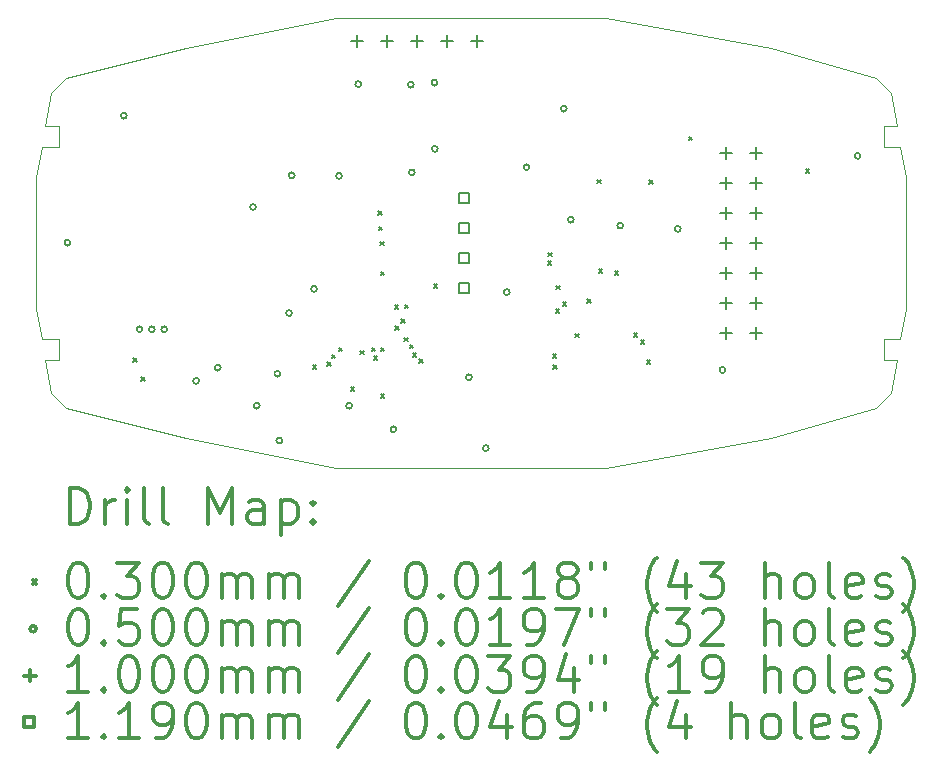
<source format=gbr>
%FSLAX45Y45*%
G04 Gerber Fmt 4.5, Leading zero omitted, Abs format (unit mm)*
G04 Created by KiCad (PCBNEW (5.1.10)-1) date 2021-07-15 21:28:44*
%MOMM*%
%LPD*%
G01*
G04 APERTURE LIST*
%TA.AperFunction,Profile*%
%ADD10C,0.050000*%
%TD*%
%ADD11C,0.200000*%
%ADD12C,0.300000*%
G04 APERTURE END LIST*
D10*
X6426200Y-7975600D02*
X6477000Y-8255000D01*
X6540500Y-7975600D02*
X6426200Y-7975600D01*
X6540500Y-7797800D02*
X6540500Y-7975600D01*
X6400800Y-7797800D02*
X6540500Y-7797800D01*
X6426200Y-5994400D02*
X6477000Y-5715000D01*
X6540500Y-5994400D02*
X6426200Y-5994400D01*
X6540500Y-6172200D02*
X6540500Y-5994400D01*
X6400800Y-6172200D02*
X6540500Y-6172200D01*
X13639800Y-7975600D02*
X13589000Y-8255000D01*
X13525500Y-7975600D02*
X13639800Y-7975600D01*
X13525500Y-7797800D02*
X13525500Y-7975600D01*
X13665200Y-7797800D02*
X13525500Y-7797800D01*
X13589000Y-5715000D02*
X13639800Y-5994400D01*
X13525500Y-5994400D02*
X13639800Y-5994400D01*
X13525500Y-6172200D02*
X13525500Y-5994400D01*
X13665200Y-6172200D02*
X13525500Y-6172200D01*
X13716000Y-6426200D02*
X13665200Y-6172200D01*
X6604000Y-5588000D02*
X7620000Y-5334000D01*
X6477000Y-5715000D02*
X6604000Y-5588000D01*
X13589000Y-5715000D02*
X13462000Y-5588000D01*
X13462000Y-8382000D02*
X13589000Y-8255000D01*
X6604000Y-8382000D02*
X6477000Y-8255000D01*
X7620000Y-8636000D02*
X6604000Y-8382000D01*
X12573000Y-8636000D02*
X13462000Y-8382000D01*
X13462000Y-5588000D02*
X12573000Y-5334000D01*
X8890000Y-8890000D02*
X7620000Y-8636000D01*
X11176000Y-8890000D02*
X12573000Y-8636000D01*
X6400800Y-7797800D02*
X6350000Y-7543800D01*
X6350000Y-6426200D02*
X6400800Y-6172200D01*
X8890000Y-5080000D02*
X7620000Y-5334000D01*
X12573000Y-5334000D02*
X11176000Y-5080000D01*
X13665200Y-7797800D02*
X13716000Y-7543800D01*
X6350000Y-7543800D02*
X6350000Y-6426200D01*
X11176000Y-8890000D02*
X8890000Y-8890000D01*
X13716000Y-6426200D02*
X13716000Y-7543800D01*
X8890000Y-5080000D02*
X11176000Y-5080000D01*
D11*
X7170000Y-7960000D02*
X7200000Y-7990000D01*
X7200000Y-7960000D02*
X7170000Y-7990000D01*
X7237500Y-8117500D02*
X7267500Y-8147500D01*
X7267500Y-8117500D02*
X7237500Y-8147500D01*
X8690000Y-8015000D02*
X8720000Y-8045000D01*
X8720000Y-8015000D02*
X8690000Y-8045000D01*
X8812700Y-7992767D02*
X8842700Y-8022767D01*
X8842700Y-7992767D02*
X8812700Y-8022767D01*
X8850000Y-7927700D02*
X8880000Y-7957700D01*
X8880000Y-7927700D02*
X8850000Y-7957700D01*
X8910000Y-7870000D02*
X8940000Y-7900000D01*
X8940000Y-7870000D02*
X8910000Y-7900000D01*
X9010000Y-8202500D02*
X9040000Y-8232500D01*
X9040000Y-8202500D02*
X9010000Y-8232500D01*
X9090000Y-7895000D02*
X9120000Y-7925000D01*
X9120000Y-7895000D02*
X9090000Y-7925000D01*
X9190000Y-7867500D02*
X9220000Y-7897500D01*
X9220000Y-7867500D02*
X9190000Y-7897500D01*
X9205000Y-7942500D02*
X9235000Y-7972500D01*
X9235000Y-7942500D02*
X9205000Y-7972500D01*
X9245000Y-6715000D02*
X9275000Y-6745000D01*
X9275000Y-6715000D02*
X9245000Y-6745000D01*
X9250000Y-6845000D02*
X9280000Y-6875000D01*
X9280000Y-6845000D02*
X9250000Y-6875000D01*
X9260000Y-6970000D02*
X9290000Y-7000000D01*
X9290000Y-6970000D02*
X9260000Y-7000000D01*
X9265000Y-7225000D02*
X9295000Y-7255000D01*
X9295000Y-7225000D02*
X9265000Y-7255000D01*
X9265000Y-7870000D02*
X9295000Y-7900000D01*
X9295000Y-7870000D02*
X9265000Y-7900000D01*
X9265000Y-8265000D02*
X9295000Y-8295000D01*
X9295000Y-8265000D02*
X9265000Y-8295000D01*
X9385000Y-7507500D02*
X9415000Y-7537500D01*
X9415000Y-7507500D02*
X9385000Y-7537500D01*
X9390000Y-7685000D02*
X9420000Y-7715000D01*
X9420000Y-7685000D02*
X9390000Y-7715000D01*
X9440173Y-7627300D02*
X9470173Y-7657300D01*
X9470173Y-7627300D02*
X9440173Y-7657300D01*
X9465000Y-7785000D02*
X9495000Y-7815000D01*
X9495000Y-7785000D02*
X9465000Y-7815000D01*
X9467500Y-7505000D02*
X9497500Y-7535000D01*
X9497500Y-7505000D02*
X9467500Y-7535000D01*
X9510000Y-7845000D02*
X9540000Y-7875000D01*
X9540000Y-7845000D02*
X9510000Y-7875000D01*
X9536334Y-7915225D02*
X9566334Y-7945225D01*
X9566334Y-7915225D02*
X9536334Y-7945225D01*
X9593325Y-7968325D02*
X9623325Y-7998325D01*
X9623325Y-7968325D02*
X9593325Y-7998325D01*
X9712500Y-7332500D02*
X9742500Y-7362500D01*
X9742500Y-7332500D02*
X9712500Y-7362500D01*
X10681000Y-7139000D02*
X10711000Y-7169000D01*
X10711000Y-7139000D02*
X10681000Y-7169000D01*
X10682000Y-7064000D02*
X10712000Y-7094000D01*
X10712000Y-7064000D02*
X10682000Y-7094000D01*
X10722500Y-7925000D02*
X10752500Y-7955000D01*
X10752500Y-7925000D02*
X10722500Y-7955000D01*
X10725000Y-8017500D02*
X10755000Y-8047500D01*
X10755000Y-8017500D02*
X10725000Y-8047500D01*
X10747500Y-7542500D02*
X10777500Y-7572500D01*
X10777500Y-7542500D02*
X10747500Y-7572500D01*
X10752500Y-7342500D02*
X10782500Y-7372500D01*
X10782500Y-7342500D02*
X10752500Y-7372500D01*
X10807500Y-7482500D02*
X10837500Y-7512500D01*
X10837500Y-7482500D02*
X10807500Y-7512500D01*
X10913973Y-7748973D02*
X10943973Y-7778973D01*
X10943973Y-7748973D02*
X10913973Y-7778973D01*
X11015000Y-7460000D02*
X11045000Y-7490000D01*
X11045000Y-7460000D02*
X11015000Y-7490000D01*
X11097500Y-6447500D02*
X11127500Y-6477500D01*
X11127500Y-6447500D02*
X11097500Y-6477500D01*
X11110000Y-7205000D02*
X11140000Y-7235000D01*
X11140000Y-7205000D02*
X11110000Y-7235000D01*
X11247500Y-7220000D02*
X11277500Y-7250000D01*
X11277500Y-7220000D02*
X11247500Y-7250000D01*
X11407500Y-7747500D02*
X11437500Y-7777500D01*
X11437500Y-7747500D02*
X11407500Y-7777500D01*
X11467500Y-7807500D02*
X11497500Y-7837500D01*
X11497500Y-7807500D02*
X11467500Y-7837500D01*
X11517500Y-7975000D02*
X11547500Y-8005000D01*
X11547500Y-7975000D02*
X11517500Y-8005000D01*
X11537500Y-6450000D02*
X11567500Y-6480000D01*
X11567500Y-6450000D02*
X11537500Y-6480000D01*
X11875000Y-6082500D02*
X11905000Y-6112500D01*
X11905000Y-6082500D02*
X11875000Y-6112500D01*
X12865000Y-6360000D02*
X12895000Y-6390000D01*
X12895000Y-6360000D02*
X12865000Y-6390000D01*
X6637500Y-6980000D02*
G75*
G03*
X6637500Y-6980000I-25000J0D01*
G01*
X7115000Y-5905000D02*
G75*
G03*
X7115000Y-5905000I-25000J0D01*
G01*
X7247500Y-7712500D02*
G75*
G03*
X7247500Y-7712500I-25000J0D01*
G01*
X7352500Y-7712500D02*
G75*
G03*
X7352500Y-7712500I-25000J0D01*
G01*
X7457500Y-7712500D02*
G75*
G03*
X7457500Y-7712500I-25000J0D01*
G01*
X7727500Y-8150000D02*
G75*
G03*
X7727500Y-8150000I-25000J0D01*
G01*
X7910000Y-8038000D02*
G75*
G03*
X7910000Y-8038000I-25000J0D01*
G01*
X8210000Y-6677500D02*
G75*
G03*
X8210000Y-6677500I-25000J0D01*
G01*
X8240000Y-8360000D02*
G75*
G03*
X8240000Y-8360000I-25000J0D01*
G01*
X8415000Y-8090000D02*
G75*
G03*
X8415000Y-8090000I-25000J0D01*
G01*
X8432500Y-8655000D02*
G75*
G03*
X8432500Y-8655000I-25000J0D01*
G01*
X8514000Y-7576000D02*
G75*
G03*
X8514000Y-7576000I-25000J0D01*
G01*
X8536000Y-6410000D02*
G75*
G03*
X8536000Y-6410000I-25000J0D01*
G01*
X8725000Y-7370000D02*
G75*
G03*
X8725000Y-7370000I-25000J0D01*
G01*
X8937000Y-6414000D02*
G75*
G03*
X8937000Y-6414000I-25000J0D01*
G01*
X9022500Y-8360000D02*
G75*
G03*
X9022500Y-8360000I-25000J0D01*
G01*
X9100000Y-5637500D02*
G75*
G03*
X9100000Y-5637500I-25000J0D01*
G01*
X9397600Y-8559800D02*
G75*
G03*
X9397600Y-8559800I-25000J0D01*
G01*
X9545000Y-5642500D02*
G75*
G03*
X9545000Y-5642500I-25000J0D01*
G01*
X9554000Y-6384000D02*
G75*
G03*
X9554000Y-6384000I-25000J0D01*
G01*
X9745000Y-5625000D02*
G75*
G03*
X9745000Y-5625000I-25000J0D01*
G01*
X9748000Y-6185000D02*
G75*
G03*
X9748000Y-6185000I-25000J0D01*
G01*
X10037000Y-8119000D02*
G75*
G03*
X10037000Y-8119000I-25000J0D01*
G01*
X10180000Y-8719000D02*
G75*
G03*
X10180000Y-8719000I-25000J0D01*
G01*
X10357500Y-7397500D02*
G75*
G03*
X10357500Y-7397500I-25000J0D01*
G01*
X10525000Y-6340000D02*
G75*
G03*
X10525000Y-6340000I-25000J0D01*
G01*
X10839959Y-5845041D02*
G75*
G03*
X10839959Y-5845041I-25000J0D01*
G01*
X10900000Y-6785000D02*
G75*
G03*
X10900000Y-6785000I-25000J0D01*
G01*
X11317500Y-6835000D02*
G75*
G03*
X11317500Y-6835000I-25000J0D01*
G01*
X11805000Y-6862500D02*
G75*
G03*
X11805000Y-6862500I-25000J0D01*
G01*
X12182500Y-8057500D02*
G75*
G03*
X12182500Y-8057500I-25000J0D01*
G01*
X13328000Y-6245000D02*
G75*
G03*
X13328000Y-6245000I-25000J0D01*
G01*
X9067500Y-5222500D02*
X9067500Y-5322500D01*
X9017500Y-5272500D02*
X9117500Y-5272500D01*
X9321500Y-5222500D02*
X9321500Y-5322500D01*
X9271500Y-5272500D02*
X9371500Y-5272500D01*
X9575500Y-5222500D02*
X9575500Y-5322500D01*
X9525500Y-5272500D02*
X9625500Y-5272500D01*
X9829500Y-5222500D02*
X9829500Y-5322500D01*
X9779500Y-5272500D02*
X9879500Y-5272500D01*
X10083500Y-5222500D02*
X10083500Y-5322500D01*
X10033500Y-5272500D02*
X10133500Y-5272500D01*
X12192000Y-6173000D02*
X12192000Y-6273000D01*
X12142000Y-6223000D02*
X12242000Y-6223000D01*
X12192000Y-6427000D02*
X12192000Y-6527000D01*
X12142000Y-6477000D02*
X12242000Y-6477000D01*
X12192000Y-6681000D02*
X12192000Y-6781000D01*
X12142000Y-6731000D02*
X12242000Y-6731000D01*
X12192000Y-6935000D02*
X12192000Y-7035000D01*
X12142000Y-6985000D02*
X12242000Y-6985000D01*
X12192000Y-7189000D02*
X12192000Y-7289000D01*
X12142000Y-7239000D02*
X12242000Y-7239000D01*
X12192000Y-7443000D02*
X12192000Y-7543000D01*
X12142000Y-7493000D02*
X12242000Y-7493000D01*
X12192000Y-7697000D02*
X12192000Y-7797000D01*
X12142000Y-7747000D02*
X12242000Y-7747000D01*
X12446000Y-6173000D02*
X12446000Y-6273000D01*
X12396000Y-6223000D02*
X12496000Y-6223000D01*
X12446000Y-6427000D02*
X12446000Y-6527000D01*
X12396000Y-6477000D02*
X12496000Y-6477000D01*
X12446000Y-6681000D02*
X12446000Y-6781000D01*
X12396000Y-6731000D02*
X12496000Y-6731000D01*
X12446000Y-6935000D02*
X12446000Y-7035000D01*
X12396000Y-6985000D02*
X12496000Y-6985000D01*
X12446000Y-7189000D02*
X12446000Y-7289000D01*
X12396000Y-7239000D02*
X12496000Y-7239000D01*
X12446000Y-7443000D02*
X12446000Y-7543000D01*
X12396000Y-7493000D02*
X12496000Y-7493000D01*
X12446000Y-7697000D02*
X12446000Y-7797000D01*
X12396000Y-7747000D02*
X12496000Y-7747000D01*
X10011573Y-6646073D02*
X10011573Y-6561927D01*
X9927427Y-6561927D01*
X9927427Y-6646073D01*
X10011573Y-6646073D01*
X10011573Y-6900073D02*
X10011573Y-6815927D01*
X9927427Y-6815927D01*
X9927427Y-6900073D01*
X10011573Y-6900073D01*
X10011573Y-7154073D02*
X10011573Y-7069927D01*
X9927427Y-7069927D01*
X9927427Y-7154073D01*
X10011573Y-7154073D01*
X10011573Y-7408073D02*
X10011573Y-7323927D01*
X9927427Y-7323927D01*
X9927427Y-7408073D01*
X10011573Y-7408073D01*
D12*
X6633928Y-9358214D02*
X6633928Y-9058214D01*
X6705357Y-9058214D01*
X6748214Y-9072500D01*
X6776786Y-9101072D01*
X6791071Y-9129643D01*
X6805357Y-9186786D01*
X6805357Y-9229643D01*
X6791071Y-9286786D01*
X6776786Y-9315357D01*
X6748214Y-9343929D01*
X6705357Y-9358214D01*
X6633928Y-9358214D01*
X6933928Y-9358214D02*
X6933928Y-9158214D01*
X6933928Y-9215357D02*
X6948214Y-9186786D01*
X6962500Y-9172500D01*
X6991071Y-9158214D01*
X7019643Y-9158214D01*
X7119643Y-9358214D02*
X7119643Y-9158214D01*
X7119643Y-9058214D02*
X7105357Y-9072500D01*
X7119643Y-9086786D01*
X7133928Y-9072500D01*
X7119643Y-9058214D01*
X7119643Y-9086786D01*
X7305357Y-9358214D02*
X7276786Y-9343929D01*
X7262500Y-9315357D01*
X7262500Y-9058214D01*
X7462500Y-9358214D02*
X7433928Y-9343929D01*
X7419643Y-9315357D01*
X7419643Y-9058214D01*
X7805357Y-9358214D02*
X7805357Y-9058214D01*
X7905357Y-9272500D01*
X8005357Y-9058214D01*
X8005357Y-9358214D01*
X8276786Y-9358214D02*
X8276786Y-9201072D01*
X8262500Y-9172500D01*
X8233928Y-9158214D01*
X8176786Y-9158214D01*
X8148214Y-9172500D01*
X8276786Y-9343929D02*
X8248214Y-9358214D01*
X8176786Y-9358214D01*
X8148214Y-9343929D01*
X8133928Y-9315357D01*
X8133928Y-9286786D01*
X8148214Y-9258214D01*
X8176786Y-9243929D01*
X8248214Y-9243929D01*
X8276786Y-9229643D01*
X8419643Y-9158214D02*
X8419643Y-9458214D01*
X8419643Y-9172500D02*
X8448214Y-9158214D01*
X8505357Y-9158214D01*
X8533928Y-9172500D01*
X8548214Y-9186786D01*
X8562500Y-9215357D01*
X8562500Y-9301072D01*
X8548214Y-9329643D01*
X8533928Y-9343929D01*
X8505357Y-9358214D01*
X8448214Y-9358214D01*
X8419643Y-9343929D01*
X8691071Y-9329643D02*
X8705357Y-9343929D01*
X8691071Y-9358214D01*
X8676786Y-9343929D01*
X8691071Y-9329643D01*
X8691071Y-9358214D01*
X8691071Y-9172500D02*
X8705357Y-9186786D01*
X8691071Y-9201072D01*
X8676786Y-9186786D01*
X8691071Y-9172500D01*
X8691071Y-9201072D01*
X6317500Y-9837500D02*
X6347500Y-9867500D01*
X6347500Y-9837500D02*
X6317500Y-9867500D01*
X6691071Y-9688214D02*
X6719643Y-9688214D01*
X6748214Y-9702500D01*
X6762500Y-9716786D01*
X6776786Y-9745357D01*
X6791071Y-9802500D01*
X6791071Y-9873929D01*
X6776786Y-9931072D01*
X6762500Y-9959643D01*
X6748214Y-9973929D01*
X6719643Y-9988214D01*
X6691071Y-9988214D01*
X6662500Y-9973929D01*
X6648214Y-9959643D01*
X6633928Y-9931072D01*
X6619643Y-9873929D01*
X6619643Y-9802500D01*
X6633928Y-9745357D01*
X6648214Y-9716786D01*
X6662500Y-9702500D01*
X6691071Y-9688214D01*
X6919643Y-9959643D02*
X6933928Y-9973929D01*
X6919643Y-9988214D01*
X6905357Y-9973929D01*
X6919643Y-9959643D01*
X6919643Y-9988214D01*
X7033928Y-9688214D02*
X7219643Y-9688214D01*
X7119643Y-9802500D01*
X7162500Y-9802500D01*
X7191071Y-9816786D01*
X7205357Y-9831072D01*
X7219643Y-9859643D01*
X7219643Y-9931072D01*
X7205357Y-9959643D01*
X7191071Y-9973929D01*
X7162500Y-9988214D01*
X7076786Y-9988214D01*
X7048214Y-9973929D01*
X7033928Y-9959643D01*
X7405357Y-9688214D02*
X7433928Y-9688214D01*
X7462500Y-9702500D01*
X7476786Y-9716786D01*
X7491071Y-9745357D01*
X7505357Y-9802500D01*
X7505357Y-9873929D01*
X7491071Y-9931072D01*
X7476786Y-9959643D01*
X7462500Y-9973929D01*
X7433928Y-9988214D01*
X7405357Y-9988214D01*
X7376786Y-9973929D01*
X7362500Y-9959643D01*
X7348214Y-9931072D01*
X7333928Y-9873929D01*
X7333928Y-9802500D01*
X7348214Y-9745357D01*
X7362500Y-9716786D01*
X7376786Y-9702500D01*
X7405357Y-9688214D01*
X7691071Y-9688214D02*
X7719643Y-9688214D01*
X7748214Y-9702500D01*
X7762500Y-9716786D01*
X7776786Y-9745357D01*
X7791071Y-9802500D01*
X7791071Y-9873929D01*
X7776786Y-9931072D01*
X7762500Y-9959643D01*
X7748214Y-9973929D01*
X7719643Y-9988214D01*
X7691071Y-9988214D01*
X7662500Y-9973929D01*
X7648214Y-9959643D01*
X7633928Y-9931072D01*
X7619643Y-9873929D01*
X7619643Y-9802500D01*
X7633928Y-9745357D01*
X7648214Y-9716786D01*
X7662500Y-9702500D01*
X7691071Y-9688214D01*
X7919643Y-9988214D02*
X7919643Y-9788214D01*
X7919643Y-9816786D02*
X7933928Y-9802500D01*
X7962500Y-9788214D01*
X8005357Y-9788214D01*
X8033928Y-9802500D01*
X8048214Y-9831072D01*
X8048214Y-9988214D01*
X8048214Y-9831072D02*
X8062500Y-9802500D01*
X8091071Y-9788214D01*
X8133928Y-9788214D01*
X8162500Y-9802500D01*
X8176786Y-9831072D01*
X8176786Y-9988214D01*
X8319643Y-9988214D02*
X8319643Y-9788214D01*
X8319643Y-9816786D02*
X8333928Y-9802500D01*
X8362500Y-9788214D01*
X8405357Y-9788214D01*
X8433928Y-9802500D01*
X8448214Y-9831072D01*
X8448214Y-9988214D01*
X8448214Y-9831072D02*
X8462500Y-9802500D01*
X8491071Y-9788214D01*
X8533928Y-9788214D01*
X8562500Y-9802500D01*
X8576786Y-9831072D01*
X8576786Y-9988214D01*
X9162500Y-9673929D02*
X8905357Y-10059643D01*
X9548214Y-9688214D02*
X9576786Y-9688214D01*
X9605357Y-9702500D01*
X9619643Y-9716786D01*
X9633928Y-9745357D01*
X9648214Y-9802500D01*
X9648214Y-9873929D01*
X9633928Y-9931072D01*
X9619643Y-9959643D01*
X9605357Y-9973929D01*
X9576786Y-9988214D01*
X9548214Y-9988214D01*
X9519643Y-9973929D01*
X9505357Y-9959643D01*
X9491071Y-9931072D01*
X9476786Y-9873929D01*
X9476786Y-9802500D01*
X9491071Y-9745357D01*
X9505357Y-9716786D01*
X9519643Y-9702500D01*
X9548214Y-9688214D01*
X9776786Y-9959643D02*
X9791071Y-9973929D01*
X9776786Y-9988214D01*
X9762500Y-9973929D01*
X9776786Y-9959643D01*
X9776786Y-9988214D01*
X9976786Y-9688214D02*
X10005357Y-9688214D01*
X10033928Y-9702500D01*
X10048214Y-9716786D01*
X10062500Y-9745357D01*
X10076786Y-9802500D01*
X10076786Y-9873929D01*
X10062500Y-9931072D01*
X10048214Y-9959643D01*
X10033928Y-9973929D01*
X10005357Y-9988214D01*
X9976786Y-9988214D01*
X9948214Y-9973929D01*
X9933928Y-9959643D01*
X9919643Y-9931072D01*
X9905357Y-9873929D01*
X9905357Y-9802500D01*
X9919643Y-9745357D01*
X9933928Y-9716786D01*
X9948214Y-9702500D01*
X9976786Y-9688214D01*
X10362500Y-9988214D02*
X10191071Y-9988214D01*
X10276786Y-9988214D02*
X10276786Y-9688214D01*
X10248214Y-9731072D01*
X10219643Y-9759643D01*
X10191071Y-9773929D01*
X10648214Y-9988214D02*
X10476786Y-9988214D01*
X10562500Y-9988214D02*
X10562500Y-9688214D01*
X10533928Y-9731072D01*
X10505357Y-9759643D01*
X10476786Y-9773929D01*
X10819643Y-9816786D02*
X10791071Y-9802500D01*
X10776786Y-9788214D01*
X10762500Y-9759643D01*
X10762500Y-9745357D01*
X10776786Y-9716786D01*
X10791071Y-9702500D01*
X10819643Y-9688214D01*
X10876786Y-9688214D01*
X10905357Y-9702500D01*
X10919643Y-9716786D01*
X10933928Y-9745357D01*
X10933928Y-9759643D01*
X10919643Y-9788214D01*
X10905357Y-9802500D01*
X10876786Y-9816786D01*
X10819643Y-9816786D01*
X10791071Y-9831072D01*
X10776786Y-9845357D01*
X10762500Y-9873929D01*
X10762500Y-9931072D01*
X10776786Y-9959643D01*
X10791071Y-9973929D01*
X10819643Y-9988214D01*
X10876786Y-9988214D01*
X10905357Y-9973929D01*
X10919643Y-9959643D01*
X10933928Y-9931072D01*
X10933928Y-9873929D01*
X10919643Y-9845357D01*
X10905357Y-9831072D01*
X10876786Y-9816786D01*
X11048214Y-9688214D02*
X11048214Y-9745357D01*
X11162500Y-9688214D02*
X11162500Y-9745357D01*
X11605357Y-10102500D02*
X11591071Y-10088214D01*
X11562500Y-10045357D01*
X11548214Y-10016786D01*
X11533928Y-9973929D01*
X11519643Y-9902500D01*
X11519643Y-9845357D01*
X11533928Y-9773929D01*
X11548214Y-9731072D01*
X11562500Y-9702500D01*
X11591071Y-9659643D01*
X11605357Y-9645357D01*
X11848214Y-9788214D02*
X11848214Y-9988214D01*
X11776786Y-9673929D02*
X11705357Y-9888214D01*
X11891071Y-9888214D01*
X11976786Y-9688214D02*
X12162500Y-9688214D01*
X12062500Y-9802500D01*
X12105357Y-9802500D01*
X12133928Y-9816786D01*
X12148214Y-9831072D01*
X12162500Y-9859643D01*
X12162500Y-9931072D01*
X12148214Y-9959643D01*
X12133928Y-9973929D01*
X12105357Y-9988214D01*
X12019643Y-9988214D01*
X11991071Y-9973929D01*
X11976786Y-9959643D01*
X12519643Y-9988214D02*
X12519643Y-9688214D01*
X12648214Y-9988214D02*
X12648214Y-9831072D01*
X12633928Y-9802500D01*
X12605357Y-9788214D01*
X12562500Y-9788214D01*
X12533928Y-9802500D01*
X12519643Y-9816786D01*
X12833928Y-9988214D02*
X12805357Y-9973929D01*
X12791071Y-9959643D01*
X12776786Y-9931072D01*
X12776786Y-9845357D01*
X12791071Y-9816786D01*
X12805357Y-9802500D01*
X12833928Y-9788214D01*
X12876786Y-9788214D01*
X12905357Y-9802500D01*
X12919643Y-9816786D01*
X12933928Y-9845357D01*
X12933928Y-9931072D01*
X12919643Y-9959643D01*
X12905357Y-9973929D01*
X12876786Y-9988214D01*
X12833928Y-9988214D01*
X13105357Y-9988214D02*
X13076786Y-9973929D01*
X13062500Y-9945357D01*
X13062500Y-9688214D01*
X13333928Y-9973929D02*
X13305357Y-9988214D01*
X13248214Y-9988214D01*
X13219643Y-9973929D01*
X13205357Y-9945357D01*
X13205357Y-9831072D01*
X13219643Y-9802500D01*
X13248214Y-9788214D01*
X13305357Y-9788214D01*
X13333928Y-9802500D01*
X13348214Y-9831072D01*
X13348214Y-9859643D01*
X13205357Y-9888214D01*
X13462500Y-9973929D02*
X13491071Y-9988214D01*
X13548214Y-9988214D01*
X13576786Y-9973929D01*
X13591071Y-9945357D01*
X13591071Y-9931072D01*
X13576786Y-9902500D01*
X13548214Y-9888214D01*
X13505357Y-9888214D01*
X13476786Y-9873929D01*
X13462500Y-9845357D01*
X13462500Y-9831072D01*
X13476786Y-9802500D01*
X13505357Y-9788214D01*
X13548214Y-9788214D01*
X13576786Y-9802500D01*
X13691071Y-10102500D02*
X13705357Y-10088214D01*
X13733928Y-10045357D01*
X13748214Y-10016786D01*
X13762500Y-9973929D01*
X13776786Y-9902500D01*
X13776786Y-9845357D01*
X13762500Y-9773929D01*
X13748214Y-9731072D01*
X13733928Y-9702500D01*
X13705357Y-9659643D01*
X13691071Y-9645357D01*
X6347500Y-10248500D02*
G75*
G03*
X6347500Y-10248500I-25000J0D01*
G01*
X6691071Y-10084214D02*
X6719643Y-10084214D01*
X6748214Y-10098500D01*
X6762500Y-10112786D01*
X6776786Y-10141357D01*
X6791071Y-10198500D01*
X6791071Y-10269929D01*
X6776786Y-10327072D01*
X6762500Y-10355643D01*
X6748214Y-10369929D01*
X6719643Y-10384214D01*
X6691071Y-10384214D01*
X6662500Y-10369929D01*
X6648214Y-10355643D01*
X6633928Y-10327072D01*
X6619643Y-10269929D01*
X6619643Y-10198500D01*
X6633928Y-10141357D01*
X6648214Y-10112786D01*
X6662500Y-10098500D01*
X6691071Y-10084214D01*
X6919643Y-10355643D02*
X6933928Y-10369929D01*
X6919643Y-10384214D01*
X6905357Y-10369929D01*
X6919643Y-10355643D01*
X6919643Y-10384214D01*
X7205357Y-10084214D02*
X7062500Y-10084214D01*
X7048214Y-10227072D01*
X7062500Y-10212786D01*
X7091071Y-10198500D01*
X7162500Y-10198500D01*
X7191071Y-10212786D01*
X7205357Y-10227072D01*
X7219643Y-10255643D01*
X7219643Y-10327072D01*
X7205357Y-10355643D01*
X7191071Y-10369929D01*
X7162500Y-10384214D01*
X7091071Y-10384214D01*
X7062500Y-10369929D01*
X7048214Y-10355643D01*
X7405357Y-10084214D02*
X7433928Y-10084214D01*
X7462500Y-10098500D01*
X7476786Y-10112786D01*
X7491071Y-10141357D01*
X7505357Y-10198500D01*
X7505357Y-10269929D01*
X7491071Y-10327072D01*
X7476786Y-10355643D01*
X7462500Y-10369929D01*
X7433928Y-10384214D01*
X7405357Y-10384214D01*
X7376786Y-10369929D01*
X7362500Y-10355643D01*
X7348214Y-10327072D01*
X7333928Y-10269929D01*
X7333928Y-10198500D01*
X7348214Y-10141357D01*
X7362500Y-10112786D01*
X7376786Y-10098500D01*
X7405357Y-10084214D01*
X7691071Y-10084214D02*
X7719643Y-10084214D01*
X7748214Y-10098500D01*
X7762500Y-10112786D01*
X7776786Y-10141357D01*
X7791071Y-10198500D01*
X7791071Y-10269929D01*
X7776786Y-10327072D01*
X7762500Y-10355643D01*
X7748214Y-10369929D01*
X7719643Y-10384214D01*
X7691071Y-10384214D01*
X7662500Y-10369929D01*
X7648214Y-10355643D01*
X7633928Y-10327072D01*
X7619643Y-10269929D01*
X7619643Y-10198500D01*
X7633928Y-10141357D01*
X7648214Y-10112786D01*
X7662500Y-10098500D01*
X7691071Y-10084214D01*
X7919643Y-10384214D02*
X7919643Y-10184214D01*
X7919643Y-10212786D02*
X7933928Y-10198500D01*
X7962500Y-10184214D01*
X8005357Y-10184214D01*
X8033928Y-10198500D01*
X8048214Y-10227072D01*
X8048214Y-10384214D01*
X8048214Y-10227072D02*
X8062500Y-10198500D01*
X8091071Y-10184214D01*
X8133928Y-10184214D01*
X8162500Y-10198500D01*
X8176786Y-10227072D01*
X8176786Y-10384214D01*
X8319643Y-10384214D02*
X8319643Y-10184214D01*
X8319643Y-10212786D02*
X8333928Y-10198500D01*
X8362500Y-10184214D01*
X8405357Y-10184214D01*
X8433928Y-10198500D01*
X8448214Y-10227072D01*
X8448214Y-10384214D01*
X8448214Y-10227072D02*
X8462500Y-10198500D01*
X8491071Y-10184214D01*
X8533928Y-10184214D01*
X8562500Y-10198500D01*
X8576786Y-10227072D01*
X8576786Y-10384214D01*
X9162500Y-10069929D02*
X8905357Y-10455643D01*
X9548214Y-10084214D02*
X9576786Y-10084214D01*
X9605357Y-10098500D01*
X9619643Y-10112786D01*
X9633928Y-10141357D01*
X9648214Y-10198500D01*
X9648214Y-10269929D01*
X9633928Y-10327072D01*
X9619643Y-10355643D01*
X9605357Y-10369929D01*
X9576786Y-10384214D01*
X9548214Y-10384214D01*
X9519643Y-10369929D01*
X9505357Y-10355643D01*
X9491071Y-10327072D01*
X9476786Y-10269929D01*
X9476786Y-10198500D01*
X9491071Y-10141357D01*
X9505357Y-10112786D01*
X9519643Y-10098500D01*
X9548214Y-10084214D01*
X9776786Y-10355643D02*
X9791071Y-10369929D01*
X9776786Y-10384214D01*
X9762500Y-10369929D01*
X9776786Y-10355643D01*
X9776786Y-10384214D01*
X9976786Y-10084214D02*
X10005357Y-10084214D01*
X10033928Y-10098500D01*
X10048214Y-10112786D01*
X10062500Y-10141357D01*
X10076786Y-10198500D01*
X10076786Y-10269929D01*
X10062500Y-10327072D01*
X10048214Y-10355643D01*
X10033928Y-10369929D01*
X10005357Y-10384214D01*
X9976786Y-10384214D01*
X9948214Y-10369929D01*
X9933928Y-10355643D01*
X9919643Y-10327072D01*
X9905357Y-10269929D01*
X9905357Y-10198500D01*
X9919643Y-10141357D01*
X9933928Y-10112786D01*
X9948214Y-10098500D01*
X9976786Y-10084214D01*
X10362500Y-10384214D02*
X10191071Y-10384214D01*
X10276786Y-10384214D02*
X10276786Y-10084214D01*
X10248214Y-10127072D01*
X10219643Y-10155643D01*
X10191071Y-10169929D01*
X10505357Y-10384214D02*
X10562500Y-10384214D01*
X10591071Y-10369929D01*
X10605357Y-10355643D01*
X10633928Y-10312786D01*
X10648214Y-10255643D01*
X10648214Y-10141357D01*
X10633928Y-10112786D01*
X10619643Y-10098500D01*
X10591071Y-10084214D01*
X10533928Y-10084214D01*
X10505357Y-10098500D01*
X10491071Y-10112786D01*
X10476786Y-10141357D01*
X10476786Y-10212786D01*
X10491071Y-10241357D01*
X10505357Y-10255643D01*
X10533928Y-10269929D01*
X10591071Y-10269929D01*
X10619643Y-10255643D01*
X10633928Y-10241357D01*
X10648214Y-10212786D01*
X10748214Y-10084214D02*
X10948214Y-10084214D01*
X10819643Y-10384214D01*
X11048214Y-10084214D02*
X11048214Y-10141357D01*
X11162500Y-10084214D02*
X11162500Y-10141357D01*
X11605357Y-10498500D02*
X11591071Y-10484214D01*
X11562500Y-10441357D01*
X11548214Y-10412786D01*
X11533928Y-10369929D01*
X11519643Y-10298500D01*
X11519643Y-10241357D01*
X11533928Y-10169929D01*
X11548214Y-10127072D01*
X11562500Y-10098500D01*
X11591071Y-10055643D01*
X11605357Y-10041357D01*
X11691071Y-10084214D02*
X11876786Y-10084214D01*
X11776786Y-10198500D01*
X11819643Y-10198500D01*
X11848214Y-10212786D01*
X11862500Y-10227072D01*
X11876786Y-10255643D01*
X11876786Y-10327072D01*
X11862500Y-10355643D01*
X11848214Y-10369929D01*
X11819643Y-10384214D01*
X11733928Y-10384214D01*
X11705357Y-10369929D01*
X11691071Y-10355643D01*
X11991071Y-10112786D02*
X12005357Y-10098500D01*
X12033928Y-10084214D01*
X12105357Y-10084214D01*
X12133928Y-10098500D01*
X12148214Y-10112786D01*
X12162500Y-10141357D01*
X12162500Y-10169929D01*
X12148214Y-10212786D01*
X11976786Y-10384214D01*
X12162500Y-10384214D01*
X12519643Y-10384214D02*
X12519643Y-10084214D01*
X12648214Y-10384214D02*
X12648214Y-10227072D01*
X12633928Y-10198500D01*
X12605357Y-10184214D01*
X12562500Y-10184214D01*
X12533928Y-10198500D01*
X12519643Y-10212786D01*
X12833928Y-10384214D02*
X12805357Y-10369929D01*
X12791071Y-10355643D01*
X12776786Y-10327072D01*
X12776786Y-10241357D01*
X12791071Y-10212786D01*
X12805357Y-10198500D01*
X12833928Y-10184214D01*
X12876786Y-10184214D01*
X12905357Y-10198500D01*
X12919643Y-10212786D01*
X12933928Y-10241357D01*
X12933928Y-10327072D01*
X12919643Y-10355643D01*
X12905357Y-10369929D01*
X12876786Y-10384214D01*
X12833928Y-10384214D01*
X13105357Y-10384214D02*
X13076786Y-10369929D01*
X13062500Y-10341357D01*
X13062500Y-10084214D01*
X13333928Y-10369929D02*
X13305357Y-10384214D01*
X13248214Y-10384214D01*
X13219643Y-10369929D01*
X13205357Y-10341357D01*
X13205357Y-10227072D01*
X13219643Y-10198500D01*
X13248214Y-10184214D01*
X13305357Y-10184214D01*
X13333928Y-10198500D01*
X13348214Y-10227072D01*
X13348214Y-10255643D01*
X13205357Y-10284214D01*
X13462500Y-10369929D02*
X13491071Y-10384214D01*
X13548214Y-10384214D01*
X13576786Y-10369929D01*
X13591071Y-10341357D01*
X13591071Y-10327072D01*
X13576786Y-10298500D01*
X13548214Y-10284214D01*
X13505357Y-10284214D01*
X13476786Y-10269929D01*
X13462500Y-10241357D01*
X13462500Y-10227072D01*
X13476786Y-10198500D01*
X13505357Y-10184214D01*
X13548214Y-10184214D01*
X13576786Y-10198500D01*
X13691071Y-10498500D02*
X13705357Y-10484214D01*
X13733928Y-10441357D01*
X13748214Y-10412786D01*
X13762500Y-10369929D01*
X13776786Y-10298500D01*
X13776786Y-10241357D01*
X13762500Y-10169929D01*
X13748214Y-10127072D01*
X13733928Y-10098500D01*
X13705357Y-10055643D01*
X13691071Y-10041357D01*
X6297500Y-10594500D02*
X6297500Y-10694500D01*
X6247500Y-10644500D02*
X6347500Y-10644500D01*
X6791071Y-10780214D02*
X6619643Y-10780214D01*
X6705357Y-10780214D02*
X6705357Y-10480214D01*
X6676786Y-10523072D01*
X6648214Y-10551643D01*
X6619643Y-10565929D01*
X6919643Y-10751643D02*
X6933928Y-10765929D01*
X6919643Y-10780214D01*
X6905357Y-10765929D01*
X6919643Y-10751643D01*
X6919643Y-10780214D01*
X7119643Y-10480214D02*
X7148214Y-10480214D01*
X7176786Y-10494500D01*
X7191071Y-10508786D01*
X7205357Y-10537357D01*
X7219643Y-10594500D01*
X7219643Y-10665929D01*
X7205357Y-10723072D01*
X7191071Y-10751643D01*
X7176786Y-10765929D01*
X7148214Y-10780214D01*
X7119643Y-10780214D01*
X7091071Y-10765929D01*
X7076786Y-10751643D01*
X7062500Y-10723072D01*
X7048214Y-10665929D01*
X7048214Y-10594500D01*
X7062500Y-10537357D01*
X7076786Y-10508786D01*
X7091071Y-10494500D01*
X7119643Y-10480214D01*
X7405357Y-10480214D02*
X7433928Y-10480214D01*
X7462500Y-10494500D01*
X7476786Y-10508786D01*
X7491071Y-10537357D01*
X7505357Y-10594500D01*
X7505357Y-10665929D01*
X7491071Y-10723072D01*
X7476786Y-10751643D01*
X7462500Y-10765929D01*
X7433928Y-10780214D01*
X7405357Y-10780214D01*
X7376786Y-10765929D01*
X7362500Y-10751643D01*
X7348214Y-10723072D01*
X7333928Y-10665929D01*
X7333928Y-10594500D01*
X7348214Y-10537357D01*
X7362500Y-10508786D01*
X7376786Y-10494500D01*
X7405357Y-10480214D01*
X7691071Y-10480214D02*
X7719643Y-10480214D01*
X7748214Y-10494500D01*
X7762500Y-10508786D01*
X7776786Y-10537357D01*
X7791071Y-10594500D01*
X7791071Y-10665929D01*
X7776786Y-10723072D01*
X7762500Y-10751643D01*
X7748214Y-10765929D01*
X7719643Y-10780214D01*
X7691071Y-10780214D01*
X7662500Y-10765929D01*
X7648214Y-10751643D01*
X7633928Y-10723072D01*
X7619643Y-10665929D01*
X7619643Y-10594500D01*
X7633928Y-10537357D01*
X7648214Y-10508786D01*
X7662500Y-10494500D01*
X7691071Y-10480214D01*
X7919643Y-10780214D02*
X7919643Y-10580214D01*
X7919643Y-10608786D02*
X7933928Y-10594500D01*
X7962500Y-10580214D01*
X8005357Y-10580214D01*
X8033928Y-10594500D01*
X8048214Y-10623072D01*
X8048214Y-10780214D01*
X8048214Y-10623072D02*
X8062500Y-10594500D01*
X8091071Y-10580214D01*
X8133928Y-10580214D01*
X8162500Y-10594500D01*
X8176786Y-10623072D01*
X8176786Y-10780214D01*
X8319643Y-10780214D02*
X8319643Y-10580214D01*
X8319643Y-10608786D02*
X8333928Y-10594500D01*
X8362500Y-10580214D01*
X8405357Y-10580214D01*
X8433928Y-10594500D01*
X8448214Y-10623072D01*
X8448214Y-10780214D01*
X8448214Y-10623072D02*
X8462500Y-10594500D01*
X8491071Y-10580214D01*
X8533928Y-10580214D01*
X8562500Y-10594500D01*
X8576786Y-10623072D01*
X8576786Y-10780214D01*
X9162500Y-10465929D02*
X8905357Y-10851643D01*
X9548214Y-10480214D02*
X9576786Y-10480214D01*
X9605357Y-10494500D01*
X9619643Y-10508786D01*
X9633928Y-10537357D01*
X9648214Y-10594500D01*
X9648214Y-10665929D01*
X9633928Y-10723072D01*
X9619643Y-10751643D01*
X9605357Y-10765929D01*
X9576786Y-10780214D01*
X9548214Y-10780214D01*
X9519643Y-10765929D01*
X9505357Y-10751643D01*
X9491071Y-10723072D01*
X9476786Y-10665929D01*
X9476786Y-10594500D01*
X9491071Y-10537357D01*
X9505357Y-10508786D01*
X9519643Y-10494500D01*
X9548214Y-10480214D01*
X9776786Y-10751643D02*
X9791071Y-10765929D01*
X9776786Y-10780214D01*
X9762500Y-10765929D01*
X9776786Y-10751643D01*
X9776786Y-10780214D01*
X9976786Y-10480214D02*
X10005357Y-10480214D01*
X10033928Y-10494500D01*
X10048214Y-10508786D01*
X10062500Y-10537357D01*
X10076786Y-10594500D01*
X10076786Y-10665929D01*
X10062500Y-10723072D01*
X10048214Y-10751643D01*
X10033928Y-10765929D01*
X10005357Y-10780214D01*
X9976786Y-10780214D01*
X9948214Y-10765929D01*
X9933928Y-10751643D01*
X9919643Y-10723072D01*
X9905357Y-10665929D01*
X9905357Y-10594500D01*
X9919643Y-10537357D01*
X9933928Y-10508786D01*
X9948214Y-10494500D01*
X9976786Y-10480214D01*
X10176786Y-10480214D02*
X10362500Y-10480214D01*
X10262500Y-10594500D01*
X10305357Y-10594500D01*
X10333928Y-10608786D01*
X10348214Y-10623072D01*
X10362500Y-10651643D01*
X10362500Y-10723072D01*
X10348214Y-10751643D01*
X10333928Y-10765929D01*
X10305357Y-10780214D01*
X10219643Y-10780214D01*
X10191071Y-10765929D01*
X10176786Y-10751643D01*
X10505357Y-10780214D02*
X10562500Y-10780214D01*
X10591071Y-10765929D01*
X10605357Y-10751643D01*
X10633928Y-10708786D01*
X10648214Y-10651643D01*
X10648214Y-10537357D01*
X10633928Y-10508786D01*
X10619643Y-10494500D01*
X10591071Y-10480214D01*
X10533928Y-10480214D01*
X10505357Y-10494500D01*
X10491071Y-10508786D01*
X10476786Y-10537357D01*
X10476786Y-10608786D01*
X10491071Y-10637357D01*
X10505357Y-10651643D01*
X10533928Y-10665929D01*
X10591071Y-10665929D01*
X10619643Y-10651643D01*
X10633928Y-10637357D01*
X10648214Y-10608786D01*
X10905357Y-10580214D02*
X10905357Y-10780214D01*
X10833928Y-10465929D02*
X10762500Y-10680214D01*
X10948214Y-10680214D01*
X11048214Y-10480214D02*
X11048214Y-10537357D01*
X11162500Y-10480214D02*
X11162500Y-10537357D01*
X11605357Y-10894500D02*
X11591071Y-10880214D01*
X11562500Y-10837357D01*
X11548214Y-10808786D01*
X11533928Y-10765929D01*
X11519643Y-10694500D01*
X11519643Y-10637357D01*
X11533928Y-10565929D01*
X11548214Y-10523072D01*
X11562500Y-10494500D01*
X11591071Y-10451643D01*
X11605357Y-10437357D01*
X11876786Y-10780214D02*
X11705357Y-10780214D01*
X11791071Y-10780214D02*
X11791071Y-10480214D01*
X11762500Y-10523072D01*
X11733928Y-10551643D01*
X11705357Y-10565929D01*
X12019643Y-10780214D02*
X12076786Y-10780214D01*
X12105357Y-10765929D01*
X12119643Y-10751643D01*
X12148214Y-10708786D01*
X12162500Y-10651643D01*
X12162500Y-10537357D01*
X12148214Y-10508786D01*
X12133928Y-10494500D01*
X12105357Y-10480214D01*
X12048214Y-10480214D01*
X12019643Y-10494500D01*
X12005357Y-10508786D01*
X11991071Y-10537357D01*
X11991071Y-10608786D01*
X12005357Y-10637357D01*
X12019643Y-10651643D01*
X12048214Y-10665929D01*
X12105357Y-10665929D01*
X12133928Y-10651643D01*
X12148214Y-10637357D01*
X12162500Y-10608786D01*
X12519643Y-10780214D02*
X12519643Y-10480214D01*
X12648214Y-10780214D02*
X12648214Y-10623072D01*
X12633928Y-10594500D01*
X12605357Y-10580214D01*
X12562500Y-10580214D01*
X12533928Y-10594500D01*
X12519643Y-10608786D01*
X12833928Y-10780214D02*
X12805357Y-10765929D01*
X12791071Y-10751643D01*
X12776786Y-10723072D01*
X12776786Y-10637357D01*
X12791071Y-10608786D01*
X12805357Y-10594500D01*
X12833928Y-10580214D01*
X12876786Y-10580214D01*
X12905357Y-10594500D01*
X12919643Y-10608786D01*
X12933928Y-10637357D01*
X12933928Y-10723072D01*
X12919643Y-10751643D01*
X12905357Y-10765929D01*
X12876786Y-10780214D01*
X12833928Y-10780214D01*
X13105357Y-10780214D02*
X13076786Y-10765929D01*
X13062500Y-10737357D01*
X13062500Y-10480214D01*
X13333928Y-10765929D02*
X13305357Y-10780214D01*
X13248214Y-10780214D01*
X13219643Y-10765929D01*
X13205357Y-10737357D01*
X13205357Y-10623072D01*
X13219643Y-10594500D01*
X13248214Y-10580214D01*
X13305357Y-10580214D01*
X13333928Y-10594500D01*
X13348214Y-10623072D01*
X13348214Y-10651643D01*
X13205357Y-10680214D01*
X13462500Y-10765929D02*
X13491071Y-10780214D01*
X13548214Y-10780214D01*
X13576786Y-10765929D01*
X13591071Y-10737357D01*
X13591071Y-10723072D01*
X13576786Y-10694500D01*
X13548214Y-10680214D01*
X13505357Y-10680214D01*
X13476786Y-10665929D01*
X13462500Y-10637357D01*
X13462500Y-10623072D01*
X13476786Y-10594500D01*
X13505357Y-10580214D01*
X13548214Y-10580214D01*
X13576786Y-10594500D01*
X13691071Y-10894500D02*
X13705357Y-10880214D01*
X13733928Y-10837357D01*
X13748214Y-10808786D01*
X13762500Y-10765929D01*
X13776786Y-10694500D01*
X13776786Y-10637357D01*
X13762500Y-10565929D01*
X13748214Y-10523072D01*
X13733928Y-10494500D01*
X13705357Y-10451643D01*
X13691071Y-10437357D01*
X6330073Y-11082573D02*
X6330073Y-10998427D01*
X6245927Y-10998427D01*
X6245927Y-11082573D01*
X6330073Y-11082573D01*
X6791071Y-11176214D02*
X6619643Y-11176214D01*
X6705357Y-11176214D02*
X6705357Y-10876214D01*
X6676786Y-10919072D01*
X6648214Y-10947643D01*
X6619643Y-10961929D01*
X6919643Y-11147643D02*
X6933928Y-11161929D01*
X6919643Y-11176214D01*
X6905357Y-11161929D01*
X6919643Y-11147643D01*
X6919643Y-11176214D01*
X7219643Y-11176214D02*
X7048214Y-11176214D01*
X7133928Y-11176214D02*
X7133928Y-10876214D01*
X7105357Y-10919072D01*
X7076786Y-10947643D01*
X7048214Y-10961929D01*
X7362500Y-11176214D02*
X7419643Y-11176214D01*
X7448214Y-11161929D01*
X7462500Y-11147643D01*
X7491071Y-11104786D01*
X7505357Y-11047643D01*
X7505357Y-10933357D01*
X7491071Y-10904786D01*
X7476786Y-10890500D01*
X7448214Y-10876214D01*
X7391071Y-10876214D01*
X7362500Y-10890500D01*
X7348214Y-10904786D01*
X7333928Y-10933357D01*
X7333928Y-11004786D01*
X7348214Y-11033357D01*
X7362500Y-11047643D01*
X7391071Y-11061929D01*
X7448214Y-11061929D01*
X7476786Y-11047643D01*
X7491071Y-11033357D01*
X7505357Y-11004786D01*
X7691071Y-10876214D02*
X7719643Y-10876214D01*
X7748214Y-10890500D01*
X7762500Y-10904786D01*
X7776786Y-10933357D01*
X7791071Y-10990500D01*
X7791071Y-11061929D01*
X7776786Y-11119072D01*
X7762500Y-11147643D01*
X7748214Y-11161929D01*
X7719643Y-11176214D01*
X7691071Y-11176214D01*
X7662500Y-11161929D01*
X7648214Y-11147643D01*
X7633928Y-11119072D01*
X7619643Y-11061929D01*
X7619643Y-10990500D01*
X7633928Y-10933357D01*
X7648214Y-10904786D01*
X7662500Y-10890500D01*
X7691071Y-10876214D01*
X7919643Y-11176214D02*
X7919643Y-10976214D01*
X7919643Y-11004786D02*
X7933928Y-10990500D01*
X7962500Y-10976214D01*
X8005357Y-10976214D01*
X8033928Y-10990500D01*
X8048214Y-11019072D01*
X8048214Y-11176214D01*
X8048214Y-11019072D02*
X8062500Y-10990500D01*
X8091071Y-10976214D01*
X8133928Y-10976214D01*
X8162500Y-10990500D01*
X8176786Y-11019072D01*
X8176786Y-11176214D01*
X8319643Y-11176214D02*
X8319643Y-10976214D01*
X8319643Y-11004786D02*
X8333928Y-10990500D01*
X8362500Y-10976214D01*
X8405357Y-10976214D01*
X8433928Y-10990500D01*
X8448214Y-11019072D01*
X8448214Y-11176214D01*
X8448214Y-11019072D02*
X8462500Y-10990500D01*
X8491071Y-10976214D01*
X8533928Y-10976214D01*
X8562500Y-10990500D01*
X8576786Y-11019072D01*
X8576786Y-11176214D01*
X9162500Y-10861929D02*
X8905357Y-11247643D01*
X9548214Y-10876214D02*
X9576786Y-10876214D01*
X9605357Y-10890500D01*
X9619643Y-10904786D01*
X9633928Y-10933357D01*
X9648214Y-10990500D01*
X9648214Y-11061929D01*
X9633928Y-11119072D01*
X9619643Y-11147643D01*
X9605357Y-11161929D01*
X9576786Y-11176214D01*
X9548214Y-11176214D01*
X9519643Y-11161929D01*
X9505357Y-11147643D01*
X9491071Y-11119072D01*
X9476786Y-11061929D01*
X9476786Y-10990500D01*
X9491071Y-10933357D01*
X9505357Y-10904786D01*
X9519643Y-10890500D01*
X9548214Y-10876214D01*
X9776786Y-11147643D02*
X9791071Y-11161929D01*
X9776786Y-11176214D01*
X9762500Y-11161929D01*
X9776786Y-11147643D01*
X9776786Y-11176214D01*
X9976786Y-10876214D02*
X10005357Y-10876214D01*
X10033928Y-10890500D01*
X10048214Y-10904786D01*
X10062500Y-10933357D01*
X10076786Y-10990500D01*
X10076786Y-11061929D01*
X10062500Y-11119072D01*
X10048214Y-11147643D01*
X10033928Y-11161929D01*
X10005357Y-11176214D01*
X9976786Y-11176214D01*
X9948214Y-11161929D01*
X9933928Y-11147643D01*
X9919643Y-11119072D01*
X9905357Y-11061929D01*
X9905357Y-10990500D01*
X9919643Y-10933357D01*
X9933928Y-10904786D01*
X9948214Y-10890500D01*
X9976786Y-10876214D01*
X10333928Y-10976214D02*
X10333928Y-11176214D01*
X10262500Y-10861929D02*
X10191071Y-11076214D01*
X10376786Y-11076214D01*
X10619643Y-10876214D02*
X10562500Y-10876214D01*
X10533928Y-10890500D01*
X10519643Y-10904786D01*
X10491071Y-10947643D01*
X10476786Y-11004786D01*
X10476786Y-11119072D01*
X10491071Y-11147643D01*
X10505357Y-11161929D01*
X10533928Y-11176214D01*
X10591071Y-11176214D01*
X10619643Y-11161929D01*
X10633928Y-11147643D01*
X10648214Y-11119072D01*
X10648214Y-11047643D01*
X10633928Y-11019072D01*
X10619643Y-11004786D01*
X10591071Y-10990500D01*
X10533928Y-10990500D01*
X10505357Y-11004786D01*
X10491071Y-11019072D01*
X10476786Y-11047643D01*
X10791071Y-11176214D02*
X10848214Y-11176214D01*
X10876786Y-11161929D01*
X10891071Y-11147643D01*
X10919643Y-11104786D01*
X10933928Y-11047643D01*
X10933928Y-10933357D01*
X10919643Y-10904786D01*
X10905357Y-10890500D01*
X10876786Y-10876214D01*
X10819643Y-10876214D01*
X10791071Y-10890500D01*
X10776786Y-10904786D01*
X10762500Y-10933357D01*
X10762500Y-11004786D01*
X10776786Y-11033357D01*
X10791071Y-11047643D01*
X10819643Y-11061929D01*
X10876786Y-11061929D01*
X10905357Y-11047643D01*
X10919643Y-11033357D01*
X10933928Y-11004786D01*
X11048214Y-10876214D02*
X11048214Y-10933357D01*
X11162500Y-10876214D02*
X11162500Y-10933357D01*
X11605357Y-11290500D02*
X11591071Y-11276214D01*
X11562500Y-11233357D01*
X11548214Y-11204786D01*
X11533928Y-11161929D01*
X11519643Y-11090500D01*
X11519643Y-11033357D01*
X11533928Y-10961929D01*
X11548214Y-10919072D01*
X11562500Y-10890500D01*
X11591071Y-10847643D01*
X11605357Y-10833357D01*
X11848214Y-10976214D02*
X11848214Y-11176214D01*
X11776786Y-10861929D02*
X11705357Y-11076214D01*
X11891071Y-11076214D01*
X12233928Y-11176214D02*
X12233928Y-10876214D01*
X12362500Y-11176214D02*
X12362500Y-11019072D01*
X12348214Y-10990500D01*
X12319643Y-10976214D01*
X12276786Y-10976214D01*
X12248214Y-10990500D01*
X12233928Y-11004786D01*
X12548214Y-11176214D02*
X12519643Y-11161929D01*
X12505357Y-11147643D01*
X12491071Y-11119072D01*
X12491071Y-11033357D01*
X12505357Y-11004786D01*
X12519643Y-10990500D01*
X12548214Y-10976214D01*
X12591071Y-10976214D01*
X12619643Y-10990500D01*
X12633928Y-11004786D01*
X12648214Y-11033357D01*
X12648214Y-11119072D01*
X12633928Y-11147643D01*
X12619643Y-11161929D01*
X12591071Y-11176214D01*
X12548214Y-11176214D01*
X12819643Y-11176214D02*
X12791071Y-11161929D01*
X12776786Y-11133357D01*
X12776786Y-10876214D01*
X13048214Y-11161929D02*
X13019643Y-11176214D01*
X12962500Y-11176214D01*
X12933928Y-11161929D01*
X12919643Y-11133357D01*
X12919643Y-11019072D01*
X12933928Y-10990500D01*
X12962500Y-10976214D01*
X13019643Y-10976214D01*
X13048214Y-10990500D01*
X13062500Y-11019072D01*
X13062500Y-11047643D01*
X12919643Y-11076214D01*
X13176786Y-11161929D02*
X13205357Y-11176214D01*
X13262500Y-11176214D01*
X13291071Y-11161929D01*
X13305357Y-11133357D01*
X13305357Y-11119072D01*
X13291071Y-11090500D01*
X13262500Y-11076214D01*
X13219643Y-11076214D01*
X13191071Y-11061929D01*
X13176786Y-11033357D01*
X13176786Y-11019072D01*
X13191071Y-10990500D01*
X13219643Y-10976214D01*
X13262500Y-10976214D01*
X13291071Y-10990500D01*
X13405357Y-11290500D02*
X13419643Y-11276214D01*
X13448214Y-11233357D01*
X13462500Y-11204786D01*
X13476786Y-11161929D01*
X13491071Y-11090500D01*
X13491071Y-11033357D01*
X13476786Y-10961929D01*
X13462500Y-10919072D01*
X13448214Y-10890500D01*
X13419643Y-10847643D01*
X13405357Y-10833357D01*
M02*

</source>
